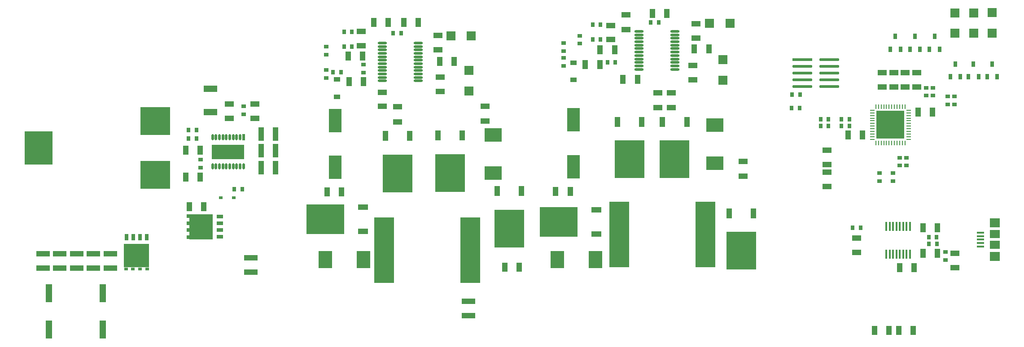
<source format=gtp>
G04 Layer_Color=8421504*
%FSLAX23Y23*%
%MOIN*%
G70*
G01*
G75*
%ADD10R,0.028X0.035*%
%ADD11R,0.102X0.043*%
%ADD12R,0.043X0.067*%
%ADD13R,0.067X0.043*%
%ADD14R,0.035X0.028*%
%ADD15R,0.102X0.047*%
%ADD16R,0.043X0.102*%
%ADD17R,0.067X0.041*%
%ADD18R,0.066X0.065*%
%ADD19R,0.065X0.066*%
%ADD20R,0.015X0.070*%
%ADD21O,0.015X0.070*%
%ADD22R,0.031X0.039*%
%ADD23R,0.031X0.024*%
%ADD24O,0.020X0.045*%
%ADD25R,0.020X0.045*%
%ADD26R,0.239X0.108*%
%ADD27R,0.126X0.102*%
%ADD28R,0.102X0.126*%
%ADD29O,0.071X0.018*%
%ADD30R,0.075X0.071*%
%ADD31R,0.075X0.059*%
%ADD32R,0.053X0.016*%
%ADD33R,0.051X0.030*%
%ADD34R,0.024X0.031*%
%ADD35R,0.177X0.189*%
%ADD36R,0.030X0.051*%
%ADD37R,0.031X0.024*%
%ADD38R,0.189X0.177*%
%ADD39R,0.220X0.280*%
%ADD40R,0.041X0.077*%
%ADD41R,0.280X0.220*%
%ADD42R,0.077X0.041*%
%ADD43R,0.151X0.485*%
%ADD44R,0.093X0.175*%
%ADD45R,0.220X0.210*%
%ADD46R,0.208X0.250*%
%ADD47R,0.047X0.138*%
%ADD48R,0.034X0.010*%
%ADD49R,0.010X0.034*%
%ADD50R,0.209X0.209*%
%ADD51O,0.150X0.020*%
%ADD52R,0.150X0.020*%
%ADD53R,0.048X0.036*%
G36*
X10219Y4044D02*
X10145D01*
Y4118D01*
X10219D01*
Y4044D01*
D02*
G37*
G36*
X10115Y4044D02*
X10041D01*
Y4118D01*
X10115D01*
Y4044D01*
D02*
G37*
G36*
Y4149D02*
X10041D01*
Y4222D01*
X10115D01*
Y4149D01*
D02*
G37*
G36*
X10219Y4149D02*
Y4149D01*
X10145D01*
Y4222D01*
X10219D01*
Y4149D01*
D02*
G37*
D10*
X5315Y3655D02*
D03*
X5255D02*
D03*
X6050Y4525D02*
D03*
X5990D02*
D03*
X6130Y4715D02*
D03*
X6071D02*
D03*
X6130Y4825D02*
D03*
X6071D02*
D03*
X6495Y4815D02*
D03*
X6435D02*
D03*
X7977Y4876D02*
D03*
X7918D02*
D03*
X7977Y4766D02*
D03*
X7918D02*
D03*
X8028Y4596D02*
D03*
X8087D02*
D03*
X8410Y4895D02*
D03*
X8350D02*
D03*
X9395Y4258D02*
D03*
X9455D02*
D03*
X9400Y4358D02*
D03*
X9460D02*
D03*
X10474Y3296D02*
D03*
X10415D02*
D03*
X10416Y3246D02*
D03*
X10475D02*
D03*
X4916Y4095D02*
D03*
X4975D02*
D03*
X4916Y4030D02*
D03*
X4975D02*
D03*
X9909Y3368D02*
D03*
X9850D02*
D03*
X9766Y4125D02*
D03*
X9825D02*
D03*
X9670D02*
D03*
X9611D02*
D03*
X9765Y4175D02*
D03*
X9825D02*
D03*
X9670Y4175D02*
D03*
X9611D02*
D03*
D11*
X5380Y3143D02*
D03*
Y3037D02*
D03*
X6995Y2821D02*
D03*
Y2715D02*
D03*
X4335Y3067D02*
D03*
Y3173D02*
D03*
X4210Y3067D02*
D03*
Y3173D02*
D03*
X4085Y3067D02*
D03*
Y3173D02*
D03*
X3960Y3067D02*
D03*
Y3173D02*
D03*
X3835Y3067D02*
D03*
Y3173D02*
D03*
D12*
X7373Y3075D02*
D03*
X7267D02*
D03*
X6053Y3635D02*
D03*
X5947D02*
D03*
X6292Y4895D02*
D03*
X6398D02*
D03*
X6215Y4455D02*
D03*
X6109D02*
D03*
X6782Y4605D02*
D03*
X6888D02*
D03*
X6210Y4645D02*
D03*
X6104D02*
D03*
X8674Y4696D02*
D03*
X8781D02*
D03*
X7971Y4581D02*
D03*
X7864D02*
D03*
X8468Y4960D02*
D03*
X8362D02*
D03*
X8081Y4691D02*
D03*
X7974D02*
D03*
X8251Y4471D02*
D03*
X8144D02*
D03*
X7644Y3636D02*
D03*
X7751D02*
D03*
X10300Y2605D02*
D03*
X10194D02*
D03*
X10012D02*
D03*
X10118D02*
D03*
X10478Y3366D02*
D03*
X10372D02*
D03*
X10200Y3071D02*
D03*
X10306D02*
D03*
X10478Y3176D02*
D03*
X10372D02*
D03*
X10337Y4228D02*
D03*
X10443D02*
D03*
X5003Y3745D02*
D03*
X4897D02*
D03*
X5003Y3945D02*
D03*
X4897D02*
D03*
X4922Y3525D02*
D03*
X5028D02*
D03*
X9923Y4058D02*
D03*
X9817D02*
D03*
X6621Y4895D02*
D03*
X6515D02*
D03*
D13*
X6200Y4826D02*
D03*
Y4720D02*
D03*
X6770Y4798D02*
D03*
Y4692D02*
D03*
X6785Y4382D02*
D03*
Y4488D02*
D03*
X6355Y4375D02*
D03*
Y4269D02*
D03*
X8687Y4884D02*
D03*
Y4777D02*
D03*
X8662Y4467D02*
D03*
Y4574D02*
D03*
X8052Y4872D02*
D03*
Y4766D02*
D03*
X9037Y3752D02*
D03*
Y3859D02*
D03*
X9880Y3291D02*
D03*
Y3185D02*
D03*
X10610Y3178D02*
D03*
Y3071D02*
D03*
X9660Y3944D02*
D03*
Y3838D02*
D03*
Y3673D02*
D03*
Y3779D02*
D03*
X5410Y4182D02*
D03*
Y4288D02*
D03*
X5220D02*
D03*
Y4182D02*
D03*
X10070Y4415D02*
D03*
Y4521D02*
D03*
X10155D02*
D03*
Y4415D02*
D03*
X10240D02*
D03*
Y4521D02*
D03*
X10325Y4415D02*
D03*
Y4521D02*
D03*
X8166Y4842D02*
D03*
Y4949D02*
D03*
D14*
X5940Y4540D02*
D03*
Y4481D02*
D03*
Y4714D02*
D03*
Y4655D02*
D03*
X6215Y4520D02*
D03*
Y4580D02*
D03*
X7702Y4740D02*
D03*
Y4681D02*
D03*
X7822Y4736D02*
D03*
Y4795D02*
D03*
X7702Y4630D02*
D03*
Y4571D02*
D03*
X10150Y3774D02*
D03*
Y3715D02*
D03*
X10050Y3774D02*
D03*
Y3715D02*
D03*
X10540Y3186D02*
D03*
Y3127D02*
D03*
X10395Y4349D02*
D03*
Y4408D02*
D03*
X10200Y3829D02*
D03*
Y3888D02*
D03*
X10250Y3829D02*
D03*
Y3888D02*
D03*
X10445Y4349D02*
D03*
Y4408D02*
D03*
X5005Y3815D02*
D03*
Y3875D02*
D03*
X5325Y4210D02*
D03*
Y4269D02*
D03*
X10605Y4345D02*
D03*
Y4285D02*
D03*
X10555Y4345D02*
D03*
Y4285D02*
D03*
D15*
X5080Y4402D02*
D03*
Y4228D02*
D03*
D16*
X5457Y3815D02*
D03*
X5563D02*
D03*
X5457Y3940D02*
D03*
X5563D02*
D03*
X5457Y4065D02*
D03*
X5563D02*
D03*
D17*
X8402Y4372D02*
D03*
Y4259D02*
D03*
X8502Y4372D02*
D03*
Y4259D02*
D03*
X6470Y4266D02*
D03*
Y4154D02*
D03*
X7120Y4271D02*
D03*
Y4159D02*
D03*
D18*
X10885Y4966D02*
D03*
Y4815D02*
D03*
X8887Y4465D02*
D03*
Y4616D02*
D03*
X7000Y4385D02*
D03*
Y4536D02*
D03*
X10610Y4814D02*
D03*
Y4965D02*
D03*
X10750Y4814D02*
D03*
Y4965D02*
D03*
D19*
X8787Y4886D02*
D03*
X8938D02*
D03*
X6865Y4795D02*
D03*
X7016D02*
D03*
D20*
X10275Y3376D02*
D03*
D21*
X10250D02*
D03*
X10225D02*
D03*
X10200D02*
D03*
X10175D02*
D03*
X10150D02*
D03*
X10125D02*
D03*
X10100D02*
D03*
X10275Y3171D02*
D03*
X10250D02*
D03*
X10225D02*
D03*
X10200D02*
D03*
X10175D02*
D03*
X10150D02*
D03*
X10125D02*
D03*
X10100D02*
D03*
D22*
X10885Y4585D02*
D03*
X10922Y4491D02*
D03*
X10848D02*
D03*
X10458Y4789D02*
D03*
X10495Y4695D02*
D03*
X10420D02*
D03*
X10312Y4789D02*
D03*
X10350Y4695D02*
D03*
X10275D02*
D03*
X10167Y4789D02*
D03*
X10205Y4695D02*
D03*
X10130D02*
D03*
X10747Y4584D02*
D03*
X10785Y4490D02*
D03*
X10710D02*
D03*
X10613Y4584D02*
D03*
X10650Y4490D02*
D03*
X10575D02*
D03*
D23*
X5253Y3590D02*
D03*
X5155D02*
D03*
D24*
X5095Y3823D02*
D03*
X5120D02*
D03*
X5146D02*
D03*
X5171D02*
D03*
X5197D02*
D03*
X5223D02*
D03*
X5248D02*
D03*
X5274D02*
D03*
X5299D02*
D03*
X5325D02*
D03*
X5095Y4041D02*
D03*
X5120D02*
D03*
X5146D02*
D03*
X5171D02*
D03*
X5197D02*
D03*
X5223D02*
D03*
X5248D02*
D03*
X5274D02*
D03*
X5299D02*
D03*
D25*
X5325D02*
D03*
D26*
X5210Y3930D02*
D03*
D27*
X8827Y4129D02*
D03*
Y3846D02*
D03*
X7180Y4058D02*
D03*
Y3775D02*
D03*
D28*
X7940Y3130D02*
D03*
X7657D02*
D03*
X6215D02*
D03*
X5932D02*
D03*
D29*
X8261Y4827D02*
D03*
Y4801D02*
D03*
Y4776D02*
D03*
Y4750D02*
D03*
Y4724D02*
D03*
Y4699D02*
D03*
Y4673D02*
D03*
Y4648D02*
D03*
Y4622D02*
D03*
Y4596D02*
D03*
Y4571D02*
D03*
Y4545D02*
D03*
X8528Y4827D02*
D03*
Y4801D02*
D03*
Y4776D02*
D03*
Y4750D02*
D03*
Y4724D02*
D03*
Y4699D02*
D03*
Y4673D02*
D03*
Y4648D02*
D03*
Y4622D02*
D03*
Y4596D02*
D03*
Y4571D02*
D03*
Y4545D02*
D03*
X6356Y4741D02*
D03*
Y4715D02*
D03*
Y4690D02*
D03*
Y4664D02*
D03*
Y4638D02*
D03*
Y4613D02*
D03*
Y4587D02*
D03*
Y4562D02*
D03*
Y4536D02*
D03*
Y4510D02*
D03*
Y4485D02*
D03*
Y4459D02*
D03*
X6624Y4741D02*
D03*
Y4715D02*
D03*
Y4690D02*
D03*
Y4664D02*
D03*
Y4638D02*
D03*
Y4613D02*
D03*
Y4587D02*
D03*
Y4562D02*
D03*
Y4536D02*
D03*
Y4510D02*
D03*
Y4485D02*
D03*
Y4459D02*
D03*
D30*
X10905Y3405D02*
D03*
Y3153D02*
D03*
D31*
Y3240D02*
D03*
Y3319D02*
D03*
D32*
X10799Y3228D02*
D03*
Y3254D02*
D03*
Y3279D02*
D03*
Y3305D02*
D03*
Y3331D02*
D03*
D33*
X5148Y3300D02*
D03*
Y3350D02*
D03*
Y3400D02*
D03*
Y3450D02*
D03*
D34*
X4912Y3454D02*
D03*
Y3401D02*
D03*
Y3349D02*
D03*
Y3296D02*
D03*
D35*
X5010Y3375D02*
D03*
D36*
X4605Y3298D02*
D03*
X4555D02*
D03*
X4505D02*
D03*
X4455D02*
D03*
D37*
X4451Y3062D02*
D03*
X4504D02*
D03*
X4556D02*
D03*
X4609D02*
D03*
D38*
X4530Y3160D02*
D03*
D39*
X9022Y3196D02*
D03*
X8527Y3876D02*
D03*
X8192D02*
D03*
X7300Y3359D02*
D03*
X6860Y3775D02*
D03*
X6470Y3770D02*
D03*
D40*
X8932Y3475D02*
D03*
X9113D02*
D03*
X8437Y4155D02*
D03*
X8618D02*
D03*
X8102D02*
D03*
X8283D02*
D03*
X7210Y3639D02*
D03*
X7390D02*
D03*
X6770Y4055D02*
D03*
X6950D02*
D03*
X6380Y4050D02*
D03*
X6560D02*
D03*
D41*
X7667Y3411D02*
D03*
X5934Y3430D02*
D03*
D42*
X7946Y3501D02*
D03*
Y3320D02*
D03*
X6214Y3520D02*
D03*
Y3340D02*
D03*
D43*
X8757Y3316D02*
D03*
X8117D02*
D03*
X7010Y3200D02*
D03*
X6370D02*
D03*
D44*
X7776Y4169D02*
D03*
Y3822D02*
D03*
X6005Y4163D02*
D03*
Y3817D02*
D03*
D45*
X4670Y4160D02*
D03*
Y3760D02*
D03*
D46*
X3801Y3960D02*
D03*
D47*
X3880Y2879D02*
D03*
Y2611D02*
D03*
X4280Y2879D02*
D03*
Y2611D02*
D03*
D48*
X9995Y4241D02*
D03*
Y4222D02*
D03*
Y4202D02*
D03*
Y4182D02*
D03*
Y4163D02*
D03*
Y4143D02*
D03*
Y4123D02*
D03*
Y4104D02*
D03*
Y4084D02*
D03*
Y4064D02*
D03*
Y4045D02*
D03*
Y4025D02*
D03*
X10265D02*
D03*
Y4045D02*
D03*
Y4064D02*
D03*
Y4084D02*
D03*
Y4104D02*
D03*
Y4123D02*
D03*
Y4143D02*
D03*
Y4163D02*
D03*
Y4182D02*
D03*
Y4202D02*
D03*
Y4222D02*
D03*
Y4241D02*
D03*
D49*
X10022Y3998D02*
D03*
X10041D02*
D03*
X10061D02*
D03*
X10081D02*
D03*
X10100D02*
D03*
X10120D02*
D03*
X10140D02*
D03*
X10160D02*
D03*
X10179D02*
D03*
X10199D02*
D03*
X10219D02*
D03*
X10238D02*
D03*
Y4268D02*
D03*
X10219D02*
D03*
X10199D02*
D03*
X10179D02*
D03*
X10160D02*
D03*
X10140D02*
D03*
X10120D02*
D03*
X10100D02*
D03*
X10081D02*
D03*
X10061D02*
D03*
X10041D02*
D03*
X10022D02*
D03*
D50*
X10130Y4133D02*
D03*
D51*
X9675Y4418D02*
D03*
Y4468D02*
D03*
Y4518D02*
D03*
Y4568D02*
D03*
Y4618D02*
D03*
X9475Y4418D02*
D03*
Y4468D02*
D03*
Y4518D02*
D03*
Y4568D02*
D03*
D52*
Y4618D02*
D03*
D53*
X7777Y4595D02*
D03*
Y4466D02*
D03*
X6020Y4470D02*
D03*
Y4341D02*
D03*
M02*

</source>
